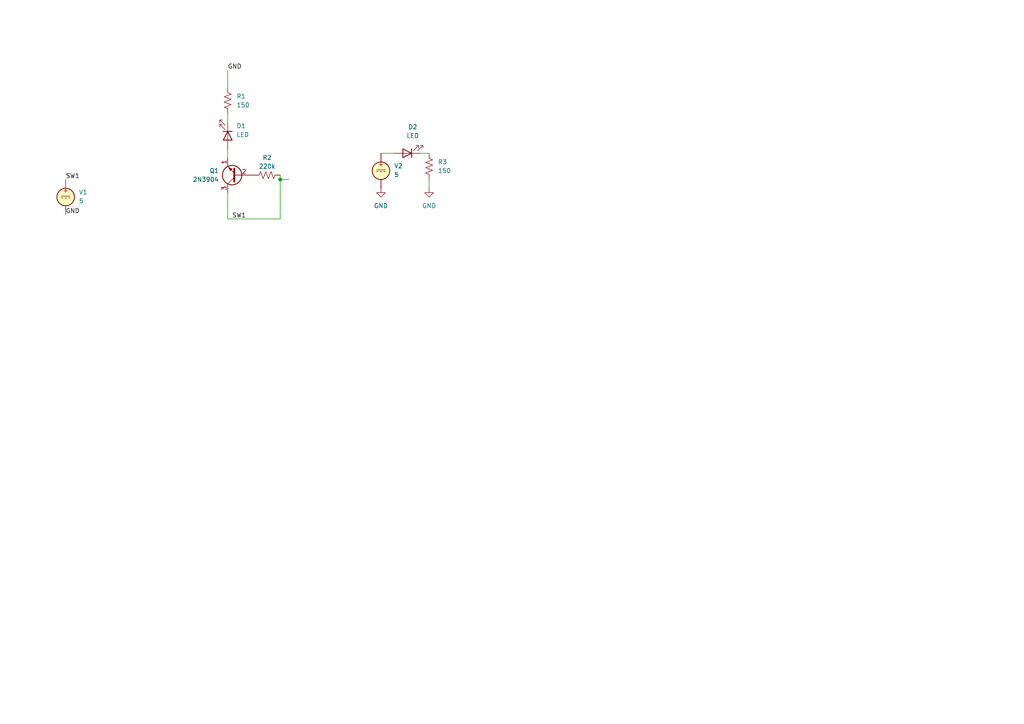
<source format=kicad_sch>
(kicad_sch (version 20231120) (generator "eeschema") (generator_version "8.0")
  (paper "A4")
  (lib_symbols
    (symbol "Device:LED" (pin_numbers hide) (pin_names (offset 1.016) hide)
      (property "Reference" "D" (at 0 2.54 0))
      (property "Value" "LED" (at 0 -2.54 0))
      (symbol "LED_0_1"
        (polyline (pts (xy -1.27 -1.27) (xy -1.27 1.27)) (stroke (width 0.254)))
        (polyline (pts (xy -1.27 0) (xy 1.27 0)))
        (polyline (pts (xy 1.27 -1.27) (xy 1.27 1.27) (xy -1.27 0) (xy 1.27 -1.27)) (stroke (width 0.254)))
        (polyline (pts (xy -3.048 -0.762) (xy -4.572 -2.286) (xy -3.81 -2.286) (xy -4.572 -2.286) (xy -4.572 -1.524)))
        (polyline (pts (xy -1.778 -0.762) (xy -3.302 -2.286) (xy -2.54 -2.286) (xy -3.302 -2.286) (xy -3.302 -1.524)))
      )
      (symbol "LED_1_1"
        (pin passive line (at -3.81 0 0) (length 2.54) (name "K") (number "1"))
        (pin passive line (at 3.81 0 180) (length 2.54) (name "A") (number "2"))
      )
    )
    (symbol "Device:R_US" (pin_numbers hide) (pin_names (offset 0))
      (property "Reference" "R" (at 2.54 0 90))
      (property "Value" "R_US" (at -2.54 0 90))
      (symbol "R_US_0_1"
        (polyline (pts (xy 0 -2.286) (xy 0 -2.54)))
        (polyline (pts (xy 0 2.286) (xy 0 2.54)))
        (polyline (pts (xy 0 -0.762) (xy 1.016 -1.143) (xy 0 -1.524) (xy -1.016 -1.905) (xy 0 -2.286)))
        (polyline (pts (xy 0 0.762) (xy 1.016 0.381) (xy 0 0) (xy -1.016 -0.381) (xy 0 -0.762)))
        (polyline (pts (xy 0 2.286) (xy 1.016 1.905) (xy 0 1.524) (xy -1.016 1.143) (xy 0 0.762)))
      )
      (symbol "R_US_1_1"
        (pin passive line (at 0 3.81 270) (length 1.27) (name "~") (number "1"))
        (pin passive line (at 0 -3.81 90) (length 1.27) (name "~") (number "2"))
      )
    )
    (symbol "Simulation_SPICE:VDC" (pin_numbers hide) (pin_names (offset 0.0254))
      (property "Reference" "V" (at 2.54 2.54 0))
      (property "Value" "1" (at 2.54 0 0))
      (symbol "VDC_0_0"
        (polyline (pts (xy -1.27 0.254) (xy 1.27 0.254)))
        (polyline (pts (xy -0.762 -0.254) (xy -1.27 -0.254)))
        (polyline (pts (xy 0.254 -0.254) (xy -0.254 -0.254)))
        (polyline (pts (xy 1.27 -0.254) (xy 0.762 -0.254)))
        (text "+" (at 0 1.905 0) (effects (font (size 1.27 1.27))))
      )
      (symbol "VDC_0_1"
        (circle (center 0 0) (radius 2.54) (stroke (width 0.254)) (fill (type background)))
      )
      (symbol "VDC_1_1"
        (pin passive line (at 0 5.08 270) (length 2.54) (name "~") (number "1"))
        (pin passive line (at 0 -5.08 90) (length 2.54) (name "~") (number "2"))
      )
    )
    (symbol "Transistor_BJT:2N3904" (pin_names (offset 0) hide)
      (property "Reference" "Q" (at 5.08 1.905 0))
      (property "Value" "2N3904" (at 5.08 0 0))
      (symbol "2N3904_0_1"
        (polyline (pts (xy 0.635 0.635) (xy 2.54 2.54)))
        (polyline (pts (xy 0.635 -0.635) (xy 2.54 -2.54) (xy 2.54 -2.54)))
        (polyline (pts (xy 0.635 1.905) (xy 0.635 -1.905) (xy 0.635 -1.905)) (stroke (width 0.508)))
        (polyline (pts (xy 1.27 -1.778) (xy 1.778 -1.27) (xy 2.286 -2.286) (xy 1.27 -1.778) (xy 1.27 -1.778)) (fill (type outline)))
        (circle (center 1.27 0) (radius 2.8194) (stroke (width 0.254)))
      )
      (symbol "2N3904_1_1"
        (pin passive line (at 2.54 -5.08 90) (length 2.54) (name "E") (number "1"))
        (pin passive line (at -5.08 0 0) (length 5.715) (name "B") (number "2"))
        (pin passive line (at 2.54 5.08 270) (length 2.54) (name "C") (number "3"))
      )
    )
    (symbol "power:GND" (power) (pin_numbers hide) (pin_names (offset 0) hide)
      (property "Value" "GND" (at 0 -3.81 0))
      (symbol "GND_0_1"
        (polyline (pts (xy 0 0) (xy 0 -1.27) (xy 1.27 -1.27) (xy 0 -2.54) (xy -1.27 -1.27) (xy 0 -1.27)))
      )
      (symbol "GND_1_1"
        (pin power_in line (at 0 0 270) (length 0) (name "~") (number "1"))
      )
    )
  )
  (junction (at 81.28 52.07))
  (wire (pts (xy 66.04 63.5) (xy 81.28 63.5)))
  (wire (pts (xy 81.28 52.07) (xy 81.28 50.8)))
  (wire (pts (xy 81.28 52.07) (xy 83.82 52.07)))
  (wire (pts (xy 114.3 44.45) (xy 110.49 44.45)))
  (wire (pts (xy 124.46 52.07) (xy 124.46 54.61)))
  (wire (pts (xy 66.04 43.18) (xy 66.04 45.72)))
  (wire (pts (xy 66.04 20.32) (xy 66.04 25.4)))
  (wire (pts (xy 66.04 63.5) (xy 66.04 55.88)))
  (wire (pts (xy 124.46 44.45) (xy 121.92 44.45)))
  (wire (pts (xy 66.04 33.02) (xy 66.04 35.56)))
  (wire (pts (xy 81.28 52.07) (xy 81.28 63.5)))
  (label "SW1" (at 67.31 63.5 0))
  (label "GND" (at 66.04 20.32 0))
  (label "GND" (at 19.05 62.23 0))
  (label "SW1" (at 19.05 52.07 0))
  (symbol (lib_id "power:GND") (at 124.46 54.61 0) (unit 1)
    (property "Reference" "#PWR02" (effects (hide yes)))
    (property "Value" "GND" (at 124.46 59.69 0))
    (property "Description" "Power symbol creates a global label with name \"GND\" , ground" (effects (hide yes)))
  )
  (symbol (lib_id "Simulation_SPICE:VDC") (at 19.05 57.15 0) (unit 1)
    (property "Reference" "V1" (at 22.86 55.7501 0) (effects (justify left)))
    (property "Value" "5" (at 22.86 58.2901 0) (effects (justify left)))
    (property "Datasheet" "https://ngspice.sourceforge.io/docs/ngspice-html-manual/manual.xhtml#sec_Independent_Sources_for" (effects (hide yes)))
    (property "Description" "Voltage source, DC" (effects (hide yes)))
    (property "Sim.Pins" "1=+ 2=-" (effects (hide yes)))
    (property "Sim.Type" "DC" (effects (hide yes)))
    (property "Sim.Device" "V" (effects (hide yes)))
  )
  (symbol (lib_id "Device:R_US") (at 77.47 50.8 90) (unit 1)
    (property "Reference" "R2" (at 77.47 45.72 90))
    (property "Value" "220k" (at 77.47 48.26 90))
    (property "Footprint" "Resistor_THT:R_Axial_DIN0204_L3.6mm_D1.6mm_P1.90mm_Vertical" (effects (hide yes)))
    (property "Description" "Resistor, US symbol" (effects (hide yes)))
    (property "Sim.Device" "R" (effects (hide yes)))
    (property "Sim.Pins" "1=+ 2=-" (effects (hide yes)))
  )
  (symbol (lib_id "Transistor_BJT:2N3904") (at 68.58 50.8 180) (unit 1)
    (property "Reference" "Q1" (at 63.5 49.5299 0) (effects (justify left)))
    (property "Value" "2N3904" (at 63.5 52.0699 0) (effects (justify left)))
    (property "Footprint" "Package_TO_SOT_THT:TO-92L_HandSolder" (effects (hide yes)))
    (property "Datasheet" "https://www.onsemi.com/pub/Collateral/2N3903-D.PDF" (effects (hide yes)))
    (property "Description" "0.2A Ic, 40V Vce, Small Signal NPN Transistor, TO-92" (effects (hide yes)))
    (property "Sim.Device" "NPN" (effects (hide yes)))
    (property "Sim.Type" "VBIC" (effects (hide yes)))
    (property "Sim.Pins" "1=C 2=B 3=E" (effects (hide yes)))
  )
  (symbol (lib_id "Simulation_SPICE:VDC") (at 110.49 49.53 0) (unit 1)
    (property "Reference" "V2" (at 114.3 48.1301 0) (effects (justify left)))
    (property "Value" "5" (at 114.3 50.6701 0) (effects (justify left)))
    (property "Datasheet" "https://ngspice.sourceforge.io/docs/ngspice-html-manual/manual.xhtml#sec_Independent_Sources_for" (effects (hide yes)))
    (property "Description" "Voltage source, DC" (effects (hide yes)))
    (property "Sim.Pins" "1=+ 2=-" (effects (hide yes)))
    (property "Sim.Type" "DC" (effects (hide yes)))
    (property "Sim.Device" "V" (effects (hide yes)))
  )
  (symbol (lib_id "Device:R_US") (at 66.04 29.21 0) (unit 1)
    (property "Reference" "R1" (at 68.58 27.9399 0) (effects (justify left)))
    (property "Value" "150" (at 68.58 30.4799 0) (effects (justify left)))
    (property "Footprint" "Resistor_THT:R_Axial_DIN0204_L3.6mm_D1.6mm_P1.90mm_Vertical" (effects (hide yes)))
    (property "Description" "Resistor, US symbol" (effects (hide yes)))
  )
  (symbol (lib_id "Device:LED") (at 118.11 44.45 180) (unit 1)
    (property "Reference" "D2" (at 119.6975 36.83 0))
    (property "Value" "LED" (at 119.6975 39.37 0))
    (property "Footprint" "LED_THT:LED_D5.0mm_FlatTop" (effects (hide yes)))
    (property "Description" "Light emitting diode" (effects (hide yes)))
    (property "Sim.Device" "D" (effects (hide yes)))
    (property "Sim.Pins" "1=A 2=K" (effects (hide yes)))
    (property "Sim.Library" "/Users/alex/Downloads/KiCad-Spice-Library-master/Models/Diode/led.lib" (effects (hide yes)))
    (property "Sim.Name" "LED_GENERAL" (effects (hide yes)))
  )
  (symbol (lib_id "Device:LED") (at 66.04 39.37 270) (unit 1)
    (property "Reference" "D1" (at 68.58 36.5124 90) (effects (justify left)))
    (property "Value" "LED" (at 68.58 39.0524 90) (effects (justify left)))
    (property "Footprint" "LED_THT:LED_D5.0mm_FlatTop" (effects (hide yes)))
    (property "Description" "Light emitting diode" (effects (hide yes)))
    (property "Sim.Device" "D" (effects (hide yes)))
    (property "Sim.Pins" "1=A 2=K" (effects (hide yes)))
    (property "Sim.Library" "/Users/alex/Downloads/KiCad-Spice-Library-master/Models/Diode/led.lib" (effects (hide yes)))
    (property "Sim.Name" "LED_GENERAL" (effects (hide yes)))
  )
  (symbol (lib_id "power:GND") (at 110.49 54.61 0) (unit 1)
    (property "Reference" "#PWR01" (effects (hide yes)))
    (property "Value" "GND" (at 110.49 59.69 0))
    (property "Description" "Power symbol creates a global label with name \"GND\" , ground" (effects (hide yes)))
  )
  (symbol (lib_id "Device:R_US") (at 124.46 48.26 0) (unit 1)
    (property "Reference" "R3" (at 127 46.9899 0) (effects (justify left)))
    (property "Value" "150" (at 127 49.5299 0) (effects (justify left)))
    (property "Footprint" "Resistor_THT:R_Axial_DIN0204_L3.6mm_D1.6mm_P1.90mm_Vertical" (effects (hide yes)))
    (property "Description" "Resistor, US symbol" (effects (hide yes)))
  )
)
</source>
